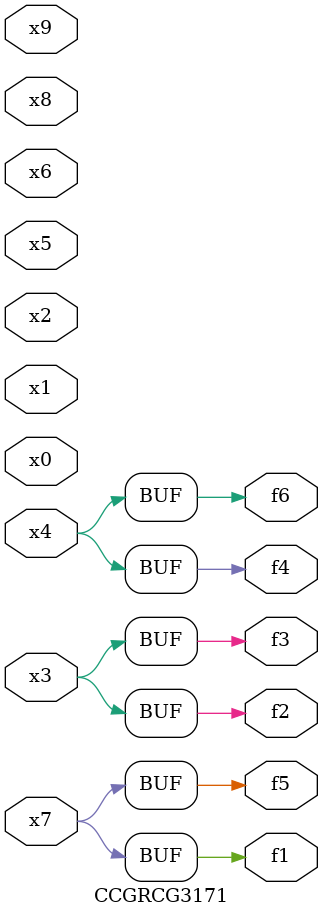
<source format=v>
module CCGRCG3171(
	input x0, x1, x2, x3, x4, x5, x6, x7, x8, x9,
	output f1, f2, f3, f4, f5, f6
);
	assign f1 = x7;
	assign f2 = x3;
	assign f3 = x3;
	assign f4 = x4;
	assign f5 = x7;
	assign f6 = x4;
endmodule

</source>
